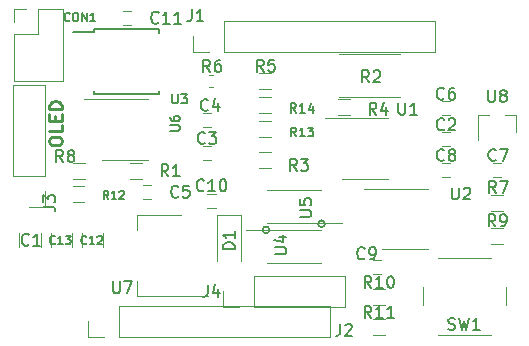
<source format=gto>
G04 #@! TF.GenerationSoftware,KiCad,Pcbnew,7.0.1-3b83917a11~172~ubuntu20.04.1*
G04 #@! TF.CreationDate,2023-03-25T03:05:00+01:00*
G04 #@! TF.ProjectId,C64Saver2-addon,43363453-6176-4657-9232-2d6164646f6e,1.4*
G04 #@! TF.SameCoordinates,Original*
G04 #@! TF.FileFunction,Legend,Top*
G04 #@! TF.FilePolarity,Positive*
%FSLAX46Y46*%
G04 Gerber Fmt 4.6, Leading zero omitted, Abs format (unit mm)*
G04 Created by KiCad (PCBNEW 7.0.1-3b83917a11~172~ubuntu20.04.1) date 2023-03-25 03:05:00*
%MOMM*%
%LPD*%
G01*
G04 APERTURE LIST*
%ADD10C,0.200000*%
%ADD11C,0.275000*%
%ADD12C,0.150000*%
%ADD13C,0.120000*%
G04 APERTURE END LIST*
D10*
X162589981Y-102743000D02*
G75*
G03*
X162589981Y-102743000I-283981J0D01*
G01*
X167288981Y-102235000D02*
G75*
G03*
X167288981Y-102235000I-283981J0D01*
G01*
D11*
X143934880Y-95323618D02*
X143934880Y-95114094D01*
X143934880Y-95114094D02*
X143987261Y-95009332D01*
X143987261Y-95009332D02*
X144092023Y-94904570D01*
X144092023Y-94904570D02*
X144301547Y-94852189D01*
X144301547Y-94852189D02*
X144668214Y-94852189D01*
X144668214Y-94852189D02*
X144877738Y-94904570D01*
X144877738Y-94904570D02*
X144982500Y-95009332D01*
X144982500Y-95009332D02*
X145034880Y-95114094D01*
X145034880Y-95114094D02*
X145034880Y-95323618D01*
X145034880Y-95323618D02*
X144982500Y-95428380D01*
X144982500Y-95428380D02*
X144877738Y-95533142D01*
X144877738Y-95533142D02*
X144668214Y-95585523D01*
X144668214Y-95585523D02*
X144301547Y-95585523D01*
X144301547Y-95585523D02*
X144092023Y-95533142D01*
X144092023Y-95533142D02*
X143987261Y-95428380D01*
X143987261Y-95428380D02*
X143934880Y-95323618D01*
X145034880Y-93856951D02*
X145034880Y-94380761D01*
X145034880Y-94380761D02*
X143934880Y-94380761D01*
X144458690Y-93490285D02*
X144458690Y-93123618D01*
X145034880Y-92966475D02*
X145034880Y-93490285D01*
X145034880Y-93490285D02*
X143934880Y-93490285D01*
X143934880Y-93490285D02*
X143934880Y-92966475D01*
X145034880Y-92495047D02*
X143934880Y-92495047D01*
X143934880Y-92495047D02*
X143934880Y-92233142D01*
X143934880Y-92233142D02*
X143987261Y-92075999D01*
X143987261Y-92075999D02*
X144092023Y-91971237D01*
X144092023Y-91971237D02*
X144196785Y-91918856D01*
X144196785Y-91918856D02*
X144406309Y-91866475D01*
X144406309Y-91866475D02*
X144563452Y-91866475D01*
X144563452Y-91866475D02*
X144772976Y-91918856D01*
X144772976Y-91918856D02*
X144877738Y-91971237D01*
X144877738Y-91971237D02*
X144982500Y-92075999D01*
X144982500Y-92075999D02*
X145034880Y-92233142D01*
X145034880Y-92233142D02*
X145034880Y-92495047D01*
D12*
X177736667Y-111159000D02*
X177879524Y-111206619D01*
X177879524Y-111206619D02*
X178117619Y-111206619D01*
X178117619Y-111206619D02*
X178212857Y-111159000D01*
X178212857Y-111159000D02*
X178260476Y-111111380D01*
X178260476Y-111111380D02*
X178308095Y-111016142D01*
X178308095Y-111016142D02*
X178308095Y-110920904D01*
X178308095Y-110920904D02*
X178260476Y-110825666D01*
X178260476Y-110825666D02*
X178212857Y-110778047D01*
X178212857Y-110778047D02*
X178117619Y-110730428D01*
X178117619Y-110730428D02*
X177927143Y-110682809D01*
X177927143Y-110682809D02*
X177831905Y-110635190D01*
X177831905Y-110635190D02*
X177784286Y-110587571D01*
X177784286Y-110587571D02*
X177736667Y-110492333D01*
X177736667Y-110492333D02*
X177736667Y-110397095D01*
X177736667Y-110397095D02*
X177784286Y-110301857D01*
X177784286Y-110301857D02*
X177831905Y-110254238D01*
X177831905Y-110254238D02*
X177927143Y-110206619D01*
X177927143Y-110206619D02*
X178165238Y-110206619D01*
X178165238Y-110206619D02*
X178308095Y-110254238D01*
X178641429Y-110206619D02*
X178879524Y-111206619D01*
X178879524Y-111206619D02*
X179070000Y-110492333D01*
X179070000Y-110492333D02*
X179260476Y-111206619D01*
X179260476Y-111206619D02*
X179498572Y-110206619D01*
X180403333Y-111206619D02*
X179831905Y-111206619D01*
X180117619Y-111206619D02*
X180117619Y-110206619D01*
X180117619Y-110206619D02*
X180022381Y-110349476D01*
X180022381Y-110349476D02*
X179927143Y-110444714D01*
X179927143Y-110444714D02*
X179831905Y-110492333D01*
X143455219Y-100790333D02*
X144169504Y-100790333D01*
X144169504Y-100790333D02*
X144312361Y-100837952D01*
X144312361Y-100837952D02*
X144407600Y-100933190D01*
X144407600Y-100933190D02*
X144455219Y-101076047D01*
X144455219Y-101076047D02*
X144455219Y-101171285D01*
X143455219Y-100409380D02*
X143455219Y-99790333D01*
X143455219Y-99790333D02*
X143836171Y-100123666D01*
X143836171Y-100123666D02*
X143836171Y-99980809D01*
X143836171Y-99980809D02*
X143883790Y-99885571D01*
X143883790Y-99885571D02*
X143931409Y-99837952D01*
X143931409Y-99837952D02*
X144026647Y-99790333D01*
X144026647Y-99790333D02*
X144264742Y-99790333D01*
X144264742Y-99790333D02*
X144359980Y-99837952D01*
X144359980Y-99837952D02*
X144407600Y-99885571D01*
X144407600Y-99885571D02*
X144455219Y-99980809D01*
X144455219Y-99980809D02*
X144455219Y-100266523D01*
X144455219Y-100266523D02*
X144407600Y-100361761D01*
X144407600Y-100361761D02*
X144359980Y-100409380D01*
X177384333Y-94220380D02*
X177336714Y-94268000D01*
X177336714Y-94268000D02*
X177193857Y-94315619D01*
X177193857Y-94315619D02*
X177098619Y-94315619D01*
X177098619Y-94315619D02*
X176955762Y-94268000D01*
X176955762Y-94268000D02*
X176860524Y-94172761D01*
X176860524Y-94172761D02*
X176812905Y-94077523D01*
X176812905Y-94077523D02*
X176765286Y-93887047D01*
X176765286Y-93887047D02*
X176765286Y-93744190D01*
X176765286Y-93744190D02*
X176812905Y-93553714D01*
X176812905Y-93553714D02*
X176860524Y-93458476D01*
X176860524Y-93458476D02*
X176955762Y-93363238D01*
X176955762Y-93363238D02*
X177098619Y-93315619D01*
X177098619Y-93315619D02*
X177193857Y-93315619D01*
X177193857Y-93315619D02*
X177336714Y-93363238D01*
X177336714Y-93363238D02*
X177384333Y-93410857D01*
X177765286Y-93410857D02*
X177812905Y-93363238D01*
X177812905Y-93363238D02*
X177908143Y-93315619D01*
X177908143Y-93315619D02*
X178146238Y-93315619D01*
X178146238Y-93315619D02*
X178241476Y-93363238D01*
X178241476Y-93363238D02*
X178289095Y-93410857D01*
X178289095Y-93410857D02*
X178336714Y-93506095D01*
X178336714Y-93506095D02*
X178336714Y-93601333D01*
X178336714Y-93601333D02*
X178289095Y-93744190D01*
X178289095Y-93744190D02*
X177717667Y-94315619D01*
X177717667Y-94315619D02*
X178336714Y-94315619D01*
X154036733Y-98201819D02*
X153703400Y-97725628D01*
X153465305Y-98201819D02*
X153465305Y-97201819D01*
X153465305Y-97201819D02*
X153846257Y-97201819D01*
X153846257Y-97201819D02*
X153941495Y-97249438D01*
X153941495Y-97249438D02*
X153989114Y-97297057D01*
X153989114Y-97297057D02*
X154036733Y-97392295D01*
X154036733Y-97392295D02*
X154036733Y-97535152D01*
X154036733Y-97535152D02*
X153989114Y-97630390D01*
X153989114Y-97630390D02*
X153941495Y-97678009D01*
X153941495Y-97678009D02*
X153846257Y-97725628D01*
X153846257Y-97725628D02*
X153465305Y-97725628D01*
X154989114Y-98201819D02*
X154417686Y-98201819D01*
X154703400Y-98201819D02*
X154703400Y-97201819D01*
X154703400Y-97201819D02*
X154608162Y-97344676D01*
X154608162Y-97344676D02*
X154512924Y-97439914D01*
X154512924Y-97439914D02*
X154417686Y-97487533D01*
X164907933Y-97744619D02*
X164574600Y-97268428D01*
X164336505Y-97744619D02*
X164336505Y-96744619D01*
X164336505Y-96744619D02*
X164717457Y-96744619D01*
X164717457Y-96744619D02*
X164812695Y-96792238D01*
X164812695Y-96792238D02*
X164860314Y-96839857D01*
X164860314Y-96839857D02*
X164907933Y-96935095D01*
X164907933Y-96935095D02*
X164907933Y-97077952D01*
X164907933Y-97077952D02*
X164860314Y-97173190D01*
X164860314Y-97173190D02*
X164812695Y-97220809D01*
X164812695Y-97220809D02*
X164717457Y-97268428D01*
X164717457Y-97268428D02*
X164336505Y-97268428D01*
X165241267Y-96744619D02*
X165860314Y-96744619D01*
X165860314Y-96744619D02*
X165526981Y-97125571D01*
X165526981Y-97125571D02*
X165669838Y-97125571D01*
X165669838Y-97125571D02*
X165765076Y-97173190D01*
X165765076Y-97173190D02*
X165812695Y-97220809D01*
X165812695Y-97220809D02*
X165860314Y-97316047D01*
X165860314Y-97316047D02*
X165860314Y-97554142D01*
X165860314Y-97554142D02*
X165812695Y-97649380D01*
X165812695Y-97649380D02*
X165765076Y-97697000D01*
X165765076Y-97697000D02*
X165669838Y-97744619D01*
X165669838Y-97744619D02*
X165384124Y-97744619D01*
X165384124Y-97744619D02*
X165288886Y-97697000D01*
X165288886Y-97697000D02*
X165241267Y-97649380D01*
X171643833Y-92982119D02*
X171310500Y-92505928D01*
X171072405Y-92982119D02*
X171072405Y-91982119D01*
X171072405Y-91982119D02*
X171453357Y-91982119D01*
X171453357Y-91982119D02*
X171548595Y-92029738D01*
X171548595Y-92029738D02*
X171596214Y-92077357D01*
X171596214Y-92077357D02*
X171643833Y-92172595D01*
X171643833Y-92172595D02*
X171643833Y-92315452D01*
X171643833Y-92315452D02*
X171596214Y-92410690D01*
X171596214Y-92410690D02*
X171548595Y-92458309D01*
X171548595Y-92458309D02*
X171453357Y-92505928D01*
X171453357Y-92505928D02*
X171072405Y-92505928D01*
X172500976Y-92315452D02*
X172500976Y-92982119D01*
X172262881Y-91934500D02*
X172024786Y-92648785D01*
X172024786Y-92648785D02*
X172643833Y-92648785D01*
X157394533Y-92569380D02*
X157346914Y-92617000D01*
X157346914Y-92617000D02*
X157204057Y-92664619D01*
X157204057Y-92664619D02*
X157108819Y-92664619D01*
X157108819Y-92664619D02*
X156965962Y-92617000D01*
X156965962Y-92617000D02*
X156870724Y-92521761D01*
X156870724Y-92521761D02*
X156823105Y-92426523D01*
X156823105Y-92426523D02*
X156775486Y-92236047D01*
X156775486Y-92236047D02*
X156775486Y-92093190D01*
X156775486Y-92093190D02*
X156823105Y-91902714D01*
X156823105Y-91902714D02*
X156870724Y-91807476D01*
X156870724Y-91807476D02*
X156965962Y-91712238D01*
X156965962Y-91712238D02*
X157108819Y-91664619D01*
X157108819Y-91664619D02*
X157204057Y-91664619D01*
X157204057Y-91664619D02*
X157346914Y-91712238D01*
X157346914Y-91712238D02*
X157394533Y-91759857D01*
X158251676Y-91997952D02*
X158251676Y-92664619D01*
X158013581Y-91617000D02*
X157775486Y-92331285D01*
X157775486Y-92331285D02*
X158394533Y-92331285D01*
X162103235Y-89343420D02*
X161769902Y-88867229D01*
X161531807Y-89343420D02*
X161531807Y-88343420D01*
X161531807Y-88343420D02*
X161912759Y-88343420D01*
X161912759Y-88343420D02*
X162007997Y-88391039D01*
X162007997Y-88391039D02*
X162055616Y-88438658D01*
X162055616Y-88438658D02*
X162103235Y-88533896D01*
X162103235Y-88533896D02*
X162103235Y-88676753D01*
X162103235Y-88676753D02*
X162055616Y-88771991D01*
X162055616Y-88771991D02*
X162007997Y-88819610D01*
X162007997Y-88819610D02*
X161912759Y-88867229D01*
X161912759Y-88867229D02*
X161531807Y-88867229D01*
X163007997Y-88343420D02*
X162531807Y-88343420D01*
X162531807Y-88343420D02*
X162484188Y-88819610D01*
X162484188Y-88819610D02*
X162531807Y-88771991D01*
X162531807Y-88771991D02*
X162627045Y-88724372D01*
X162627045Y-88724372D02*
X162865140Y-88724372D01*
X162865140Y-88724372D02*
X162960378Y-88771991D01*
X162960378Y-88771991D02*
X163007997Y-88819610D01*
X163007997Y-88819610D02*
X163055616Y-88914848D01*
X163055616Y-88914848D02*
X163055616Y-89152943D01*
X163055616Y-89152943D02*
X163007997Y-89248181D01*
X163007997Y-89248181D02*
X162960378Y-89295801D01*
X162960378Y-89295801D02*
X162865140Y-89343420D01*
X162865140Y-89343420D02*
X162627045Y-89343420D01*
X162627045Y-89343420D02*
X162531807Y-89295801D01*
X162531807Y-89295801D02*
X162484188Y-89248181D01*
X181767013Y-99620695D02*
X181433680Y-99144504D01*
X181195585Y-99620695D02*
X181195585Y-98620695D01*
X181195585Y-98620695D02*
X181576537Y-98620695D01*
X181576537Y-98620695D02*
X181671775Y-98668314D01*
X181671775Y-98668314D02*
X181719394Y-98715933D01*
X181719394Y-98715933D02*
X181767013Y-98811171D01*
X181767013Y-98811171D02*
X181767013Y-98954028D01*
X181767013Y-98954028D02*
X181719394Y-99049266D01*
X181719394Y-99049266D02*
X181671775Y-99096885D01*
X181671775Y-99096885D02*
X181576537Y-99144504D01*
X181576537Y-99144504D02*
X181195585Y-99144504D01*
X182100347Y-98620695D02*
X182767013Y-98620695D01*
X182767013Y-98620695D02*
X182338442Y-99620695D01*
X145121333Y-96982619D02*
X144788000Y-96506428D01*
X144549905Y-96982619D02*
X144549905Y-95982619D01*
X144549905Y-95982619D02*
X144930857Y-95982619D01*
X144930857Y-95982619D02*
X145026095Y-96030238D01*
X145026095Y-96030238D02*
X145073714Y-96077857D01*
X145073714Y-96077857D02*
X145121333Y-96173095D01*
X145121333Y-96173095D02*
X145121333Y-96315952D01*
X145121333Y-96315952D02*
X145073714Y-96411190D01*
X145073714Y-96411190D02*
X145026095Y-96458809D01*
X145026095Y-96458809D02*
X144930857Y-96506428D01*
X144930857Y-96506428D02*
X144549905Y-96506428D01*
X145692762Y-96411190D02*
X145597524Y-96363571D01*
X145597524Y-96363571D02*
X145549905Y-96315952D01*
X145549905Y-96315952D02*
X145502286Y-96220714D01*
X145502286Y-96220714D02*
X145502286Y-96173095D01*
X145502286Y-96173095D02*
X145549905Y-96077857D01*
X145549905Y-96077857D02*
X145597524Y-96030238D01*
X145597524Y-96030238D02*
X145692762Y-95982619D01*
X145692762Y-95982619D02*
X145883238Y-95982619D01*
X145883238Y-95982619D02*
X145978476Y-96030238D01*
X145978476Y-96030238D02*
X146026095Y-96077857D01*
X146026095Y-96077857D02*
X146073714Y-96173095D01*
X146073714Y-96173095D02*
X146073714Y-96220714D01*
X146073714Y-96220714D02*
X146026095Y-96315952D01*
X146026095Y-96315952D02*
X145978476Y-96363571D01*
X145978476Y-96363571D02*
X145883238Y-96411190D01*
X145883238Y-96411190D02*
X145692762Y-96411190D01*
X145692762Y-96411190D02*
X145597524Y-96458809D01*
X145597524Y-96458809D02*
X145549905Y-96506428D01*
X145549905Y-96506428D02*
X145502286Y-96601666D01*
X145502286Y-96601666D02*
X145502286Y-96792142D01*
X145502286Y-96792142D02*
X145549905Y-96887380D01*
X145549905Y-96887380D02*
X145597524Y-96935000D01*
X145597524Y-96935000D02*
X145692762Y-96982619D01*
X145692762Y-96982619D02*
X145883238Y-96982619D01*
X145883238Y-96982619D02*
X145978476Y-96935000D01*
X145978476Y-96935000D02*
X146026095Y-96887380D01*
X146026095Y-96887380D02*
X146073714Y-96792142D01*
X146073714Y-96792142D02*
X146073714Y-96601666D01*
X146073714Y-96601666D02*
X146026095Y-96506428D01*
X146026095Y-96506428D02*
X145978476Y-96458809D01*
X145978476Y-96458809D02*
X145883238Y-96411190D01*
X181719833Y-102443619D02*
X181386500Y-101967428D01*
X181148405Y-102443619D02*
X181148405Y-101443619D01*
X181148405Y-101443619D02*
X181529357Y-101443619D01*
X181529357Y-101443619D02*
X181624595Y-101491238D01*
X181624595Y-101491238D02*
X181672214Y-101538857D01*
X181672214Y-101538857D02*
X181719833Y-101634095D01*
X181719833Y-101634095D02*
X181719833Y-101776952D01*
X181719833Y-101776952D02*
X181672214Y-101872190D01*
X181672214Y-101872190D02*
X181624595Y-101919809D01*
X181624595Y-101919809D02*
X181529357Y-101967428D01*
X181529357Y-101967428D02*
X181148405Y-101967428D01*
X182196024Y-102443619D02*
X182386500Y-102443619D01*
X182386500Y-102443619D02*
X182481738Y-102396000D01*
X182481738Y-102396000D02*
X182529357Y-102348380D01*
X182529357Y-102348380D02*
X182624595Y-102205523D01*
X182624595Y-102205523D02*
X182672214Y-102015047D01*
X182672214Y-102015047D02*
X182672214Y-101634095D01*
X182672214Y-101634095D02*
X182624595Y-101538857D01*
X182624595Y-101538857D02*
X182576976Y-101491238D01*
X182576976Y-101491238D02*
X182481738Y-101443619D01*
X182481738Y-101443619D02*
X182291262Y-101443619D01*
X182291262Y-101443619D02*
X182196024Y-101491238D01*
X182196024Y-101491238D02*
X182148405Y-101538857D01*
X182148405Y-101538857D02*
X182100786Y-101634095D01*
X182100786Y-101634095D02*
X182100786Y-101872190D01*
X182100786Y-101872190D02*
X182148405Y-101967428D01*
X182148405Y-101967428D02*
X182196024Y-102015047D01*
X182196024Y-102015047D02*
X182291262Y-102062666D01*
X182291262Y-102062666D02*
X182481738Y-102062666D01*
X182481738Y-102062666D02*
X182576976Y-102015047D01*
X182576976Y-102015047D02*
X182624595Y-101967428D01*
X182624595Y-101967428D02*
X182672214Y-101872190D01*
X171231142Y-107650619D02*
X170897809Y-107174428D01*
X170659714Y-107650619D02*
X170659714Y-106650619D01*
X170659714Y-106650619D02*
X171040666Y-106650619D01*
X171040666Y-106650619D02*
X171135904Y-106698238D01*
X171135904Y-106698238D02*
X171183523Y-106745857D01*
X171183523Y-106745857D02*
X171231142Y-106841095D01*
X171231142Y-106841095D02*
X171231142Y-106983952D01*
X171231142Y-106983952D02*
X171183523Y-107079190D01*
X171183523Y-107079190D02*
X171135904Y-107126809D01*
X171135904Y-107126809D02*
X171040666Y-107174428D01*
X171040666Y-107174428D02*
X170659714Y-107174428D01*
X172183523Y-107650619D02*
X171612095Y-107650619D01*
X171897809Y-107650619D02*
X171897809Y-106650619D01*
X171897809Y-106650619D02*
X171802571Y-106793476D01*
X171802571Y-106793476D02*
X171707333Y-106888714D01*
X171707333Y-106888714D02*
X171612095Y-106936333D01*
X172802571Y-106650619D02*
X172897809Y-106650619D01*
X172897809Y-106650619D02*
X172993047Y-106698238D01*
X172993047Y-106698238D02*
X173040666Y-106745857D01*
X173040666Y-106745857D02*
X173088285Y-106841095D01*
X173088285Y-106841095D02*
X173135904Y-107031571D01*
X173135904Y-107031571D02*
X173135904Y-107269666D01*
X173135904Y-107269666D02*
X173088285Y-107460142D01*
X173088285Y-107460142D02*
X173040666Y-107555380D01*
X173040666Y-107555380D02*
X172993047Y-107603000D01*
X172993047Y-107603000D02*
X172897809Y-107650619D01*
X172897809Y-107650619D02*
X172802571Y-107650619D01*
X172802571Y-107650619D02*
X172707333Y-107603000D01*
X172707333Y-107603000D02*
X172659714Y-107555380D01*
X172659714Y-107555380D02*
X172612095Y-107460142D01*
X172612095Y-107460142D02*
X172564476Y-107269666D01*
X172564476Y-107269666D02*
X172564476Y-107031571D01*
X172564476Y-107031571D02*
X172612095Y-106841095D01*
X172612095Y-106841095D02*
X172659714Y-106745857D01*
X172659714Y-106745857D02*
X172707333Y-106698238D01*
X172707333Y-106698238D02*
X172802571Y-106650619D01*
X171231142Y-110190619D02*
X170897809Y-109714428D01*
X170659714Y-110190619D02*
X170659714Y-109190619D01*
X170659714Y-109190619D02*
X171040666Y-109190619D01*
X171040666Y-109190619D02*
X171135904Y-109238238D01*
X171135904Y-109238238D02*
X171183523Y-109285857D01*
X171183523Y-109285857D02*
X171231142Y-109381095D01*
X171231142Y-109381095D02*
X171231142Y-109523952D01*
X171231142Y-109523952D02*
X171183523Y-109619190D01*
X171183523Y-109619190D02*
X171135904Y-109666809D01*
X171135904Y-109666809D02*
X171040666Y-109714428D01*
X171040666Y-109714428D02*
X170659714Y-109714428D01*
X172183523Y-110190619D02*
X171612095Y-110190619D01*
X171897809Y-110190619D02*
X171897809Y-109190619D01*
X171897809Y-109190619D02*
X171802571Y-109333476D01*
X171802571Y-109333476D02*
X171707333Y-109428714D01*
X171707333Y-109428714D02*
X171612095Y-109476333D01*
X173135904Y-110190619D02*
X172564476Y-110190619D01*
X172850190Y-110190619D02*
X172850190Y-109190619D01*
X172850190Y-109190619D02*
X172754952Y-109333476D01*
X172754952Y-109333476D02*
X172659714Y-109428714D01*
X172659714Y-109428714D02*
X172564476Y-109476333D01*
X163038619Y-104800304D02*
X163848142Y-104800304D01*
X163848142Y-104800304D02*
X163943380Y-104752685D01*
X163943380Y-104752685D02*
X163991000Y-104705066D01*
X163991000Y-104705066D02*
X164038619Y-104609828D01*
X164038619Y-104609828D02*
X164038619Y-104419352D01*
X164038619Y-104419352D02*
X163991000Y-104324114D01*
X163991000Y-104324114D02*
X163943380Y-104276495D01*
X163943380Y-104276495D02*
X163848142Y-104228876D01*
X163848142Y-104228876D02*
X163038619Y-104228876D01*
X163371952Y-103324114D02*
X164038619Y-103324114D01*
X162991000Y-103562209D02*
X163705285Y-103800304D01*
X163705285Y-103800304D02*
X163705285Y-103181257D01*
X165145619Y-101650704D02*
X165955142Y-101650704D01*
X165955142Y-101650704D02*
X166050380Y-101603085D01*
X166050380Y-101603085D02*
X166098000Y-101555466D01*
X166098000Y-101555466D02*
X166145619Y-101460228D01*
X166145619Y-101460228D02*
X166145619Y-101269752D01*
X166145619Y-101269752D02*
X166098000Y-101174514D01*
X166098000Y-101174514D02*
X166050380Y-101126895D01*
X166050380Y-101126895D02*
X165955142Y-101079276D01*
X165955142Y-101079276D02*
X165145619Y-101079276D01*
X165145619Y-100126895D02*
X165145619Y-100603085D01*
X165145619Y-100603085D02*
X165621809Y-100650704D01*
X165621809Y-100650704D02*
X165574190Y-100603085D01*
X165574190Y-100603085D02*
X165526571Y-100507847D01*
X165526571Y-100507847D02*
X165526571Y-100269752D01*
X165526571Y-100269752D02*
X165574190Y-100174514D01*
X165574190Y-100174514D02*
X165621809Y-100126895D01*
X165621809Y-100126895D02*
X165717047Y-100079276D01*
X165717047Y-100079276D02*
X165955142Y-100079276D01*
X165955142Y-100079276D02*
X166050380Y-100126895D01*
X166050380Y-100126895D02*
X166098000Y-100174514D01*
X166098000Y-100174514D02*
X166145619Y-100269752D01*
X166145619Y-100269752D02*
X166145619Y-100507847D01*
X166145619Y-100507847D02*
X166098000Y-100603085D01*
X166098000Y-100603085D02*
X166050380Y-100650704D01*
X157125333Y-95363380D02*
X157077714Y-95411000D01*
X157077714Y-95411000D02*
X156934857Y-95458619D01*
X156934857Y-95458619D02*
X156839619Y-95458619D01*
X156839619Y-95458619D02*
X156696762Y-95411000D01*
X156696762Y-95411000D02*
X156601524Y-95315761D01*
X156601524Y-95315761D02*
X156553905Y-95220523D01*
X156553905Y-95220523D02*
X156506286Y-95030047D01*
X156506286Y-95030047D02*
X156506286Y-94887190D01*
X156506286Y-94887190D02*
X156553905Y-94696714D01*
X156553905Y-94696714D02*
X156601524Y-94601476D01*
X156601524Y-94601476D02*
X156696762Y-94506238D01*
X156696762Y-94506238D02*
X156839619Y-94458619D01*
X156839619Y-94458619D02*
X156934857Y-94458619D01*
X156934857Y-94458619D02*
X157077714Y-94506238D01*
X157077714Y-94506238D02*
X157125333Y-94553857D01*
X157458667Y-94458619D02*
X158077714Y-94458619D01*
X158077714Y-94458619D02*
X157744381Y-94839571D01*
X157744381Y-94839571D02*
X157887238Y-94839571D01*
X157887238Y-94839571D02*
X157982476Y-94887190D01*
X157982476Y-94887190D02*
X158030095Y-94934809D01*
X158030095Y-94934809D02*
X158077714Y-95030047D01*
X158077714Y-95030047D02*
X158077714Y-95268142D01*
X158077714Y-95268142D02*
X158030095Y-95363380D01*
X158030095Y-95363380D02*
X157982476Y-95411000D01*
X157982476Y-95411000D02*
X157887238Y-95458619D01*
X157887238Y-95458619D02*
X157601524Y-95458619D01*
X157601524Y-95458619D02*
X157506286Y-95411000D01*
X157506286Y-95411000D02*
X157458667Y-95363380D01*
X154874933Y-99909980D02*
X154827314Y-99957600D01*
X154827314Y-99957600D02*
X154684457Y-100005219D01*
X154684457Y-100005219D02*
X154589219Y-100005219D01*
X154589219Y-100005219D02*
X154446362Y-99957600D01*
X154446362Y-99957600D02*
X154351124Y-99862361D01*
X154351124Y-99862361D02*
X154303505Y-99767123D01*
X154303505Y-99767123D02*
X154255886Y-99576647D01*
X154255886Y-99576647D02*
X154255886Y-99433790D01*
X154255886Y-99433790D02*
X154303505Y-99243314D01*
X154303505Y-99243314D02*
X154351124Y-99148076D01*
X154351124Y-99148076D02*
X154446362Y-99052838D01*
X154446362Y-99052838D02*
X154589219Y-99005219D01*
X154589219Y-99005219D02*
X154684457Y-99005219D01*
X154684457Y-99005219D02*
X154827314Y-99052838D01*
X154827314Y-99052838D02*
X154874933Y-99100457D01*
X155779695Y-99005219D02*
X155303505Y-99005219D01*
X155303505Y-99005219D02*
X155255886Y-99481409D01*
X155255886Y-99481409D02*
X155303505Y-99433790D01*
X155303505Y-99433790D02*
X155398743Y-99386171D01*
X155398743Y-99386171D02*
X155636838Y-99386171D01*
X155636838Y-99386171D02*
X155732076Y-99433790D01*
X155732076Y-99433790D02*
X155779695Y-99481409D01*
X155779695Y-99481409D02*
X155827314Y-99576647D01*
X155827314Y-99576647D02*
X155827314Y-99814742D01*
X155827314Y-99814742D02*
X155779695Y-99909980D01*
X155779695Y-99909980D02*
X155732076Y-99957600D01*
X155732076Y-99957600D02*
X155636838Y-100005219D01*
X155636838Y-100005219D02*
X155398743Y-100005219D01*
X155398743Y-100005219D02*
X155303505Y-99957600D01*
X155303505Y-99957600D02*
X155255886Y-99909980D01*
X177379333Y-91614380D02*
X177331714Y-91662000D01*
X177331714Y-91662000D02*
X177188857Y-91709619D01*
X177188857Y-91709619D02*
X177093619Y-91709619D01*
X177093619Y-91709619D02*
X176950762Y-91662000D01*
X176950762Y-91662000D02*
X176855524Y-91566761D01*
X176855524Y-91566761D02*
X176807905Y-91471523D01*
X176807905Y-91471523D02*
X176760286Y-91281047D01*
X176760286Y-91281047D02*
X176760286Y-91138190D01*
X176760286Y-91138190D02*
X176807905Y-90947714D01*
X176807905Y-90947714D02*
X176855524Y-90852476D01*
X176855524Y-90852476D02*
X176950762Y-90757238D01*
X176950762Y-90757238D02*
X177093619Y-90709619D01*
X177093619Y-90709619D02*
X177188857Y-90709619D01*
X177188857Y-90709619D02*
X177331714Y-90757238D01*
X177331714Y-90757238D02*
X177379333Y-90804857D01*
X178236476Y-90709619D02*
X178046000Y-90709619D01*
X178046000Y-90709619D02*
X177950762Y-90757238D01*
X177950762Y-90757238D02*
X177903143Y-90804857D01*
X177903143Y-90804857D02*
X177807905Y-90947714D01*
X177807905Y-90947714D02*
X177760286Y-91138190D01*
X177760286Y-91138190D02*
X177760286Y-91519142D01*
X177760286Y-91519142D02*
X177807905Y-91614380D01*
X177807905Y-91614380D02*
X177855524Y-91662000D01*
X177855524Y-91662000D02*
X177950762Y-91709619D01*
X177950762Y-91709619D02*
X178141238Y-91709619D01*
X178141238Y-91709619D02*
X178236476Y-91662000D01*
X178236476Y-91662000D02*
X178284095Y-91614380D01*
X178284095Y-91614380D02*
X178331714Y-91519142D01*
X178331714Y-91519142D02*
X178331714Y-91281047D01*
X178331714Y-91281047D02*
X178284095Y-91185809D01*
X178284095Y-91185809D02*
X178236476Y-91138190D01*
X178236476Y-91138190D02*
X178141238Y-91090571D01*
X178141238Y-91090571D02*
X177950762Y-91090571D01*
X177950762Y-91090571D02*
X177855524Y-91138190D01*
X177855524Y-91138190D02*
X177807905Y-91185809D01*
X177807905Y-91185809D02*
X177760286Y-91281047D01*
X181760833Y-96823880D02*
X181713214Y-96871500D01*
X181713214Y-96871500D02*
X181570357Y-96919119D01*
X181570357Y-96919119D02*
X181475119Y-96919119D01*
X181475119Y-96919119D02*
X181332262Y-96871500D01*
X181332262Y-96871500D02*
X181237024Y-96776261D01*
X181237024Y-96776261D02*
X181189405Y-96681023D01*
X181189405Y-96681023D02*
X181141786Y-96490547D01*
X181141786Y-96490547D02*
X181141786Y-96347690D01*
X181141786Y-96347690D02*
X181189405Y-96157214D01*
X181189405Y-96157214D02*
X181237024Y-96061976D01*
X181237024Y-96061976D02*
X181332262Y-95966738D01*
X181332262Y-95966738D02*
X181475119Y-95919119D01*
X181475119Y-95919119D02*
X181570357Y-95919119D01*
X181570357Y-95919119D02*
X181713214Y-95966738D01*
X181713214Y-95966738D02*
X181760833Y-96014357D01*
X182094167Y-95919119D02*
X182760833Y-95919119D01*
X182760833Y-95919119D02*
X182332262Y-96919119D01*
X177379333Y-96823880D02*
X177331714Y-96871500D01*
X177331714Y-96871500D02*
X177188857Y-96919119D01*
X177188857Y-96919119D02*
X177093619Y-96919119D01*
X177093619Y-96919119D02*
X176950762Y-96871500D01*
X176950762Y-96871500D02*
X176855524Y-96776261D01*
X176855524Y-96776261D02*
X176807905Y-96681023D01*
X176807905Y-96681023D02*
X176760286Y-96490547D01*
X176760286Y-96490547D02*
X176760286Y-96347690D01*
X176760286Y-96347690D02*
X176807905Y-96157214D01*
X176807905Y-96157214D02*
X176855524Y-96061976D01*
X176855524Y-96061976D02*
X176950762Y-95966738D01*
X176950762Y-95966738D02*
X177093619Y-95919119D01*
X177093619Y-95919119D02*
X177188857Y-95919119D01*
X177188857Y-95919119D02*
X177331714Y-95966738D01*
X177331714Y-95966738D02*
X177379333Y-96014357D01*
X177950762Y-96347690D02*
X177855524Y-96300071D01*
X177855524Y-96300071D02*
X177807905Y-96252452D01*
X177807905Y-96252452D02*
X177760286Y-96157214D01*
X177760286Y-96157214D02*
X177760286Y-96109595D01*
X177760286Y-96109595D02*
X177807905Y-96014357D01*
X177807905Y-96014357D02*
X177855524Y-95966738D01*
X177855524Y-95966738D02*
X177950762Y-95919119D01*
X177950762Y-95919119D02*
X178141238Y-95919119D01*
X178141238Y-95919119D02*
X178236476Y-95966738D01*
X178236476Y-95966738D02*
X178284095Y-96014357D01*
X178284095Y-96014357D02*
X178331714Y-96109595D01*
X178331714Y-96109595D02*
X178331714Y-96157214D01*
X178331714Y-96157214D02*
X178284095Y-96252452D01*
X178284095Y-96252452D02*
X178236476Y-96300071D01*
X178236476Y-96300071D02*
X178141238Y-96347690D01*
X178141238Y-96347690D02*
X177950762Y-96347690D01*
X177950762Y-96347690D02*
X177855524Y-96395309D01*
X177855524Y-96395309D02*
X177807905Y-96442928D01*
X177807905Y-96442928D02*
X177760286Y-96538166D01*
X177760286Y-96538166D02*
X177760286Y-96728642D01*
X177760286Y-96728642D02*
X177807905Y-96823880D01*
X177807905Y-96823880D02*
X177855524Y-96871500D01*
X177855524Y-96871500D02*
X177950762Y-96919119D01*
X177950762Y-96919119D02*
X178141238Y-96919119D01*
X178141238Y-96919119D02*
X178236476Y-96871500D01*
X178236476Y-96871500D02*
X178284095Y-96823880D01*
X178284095Y-96823880D02*
X178331714Y-96728642D01*
X178331714Y-96728642D02*
X178331714Y-96538166D01*
X178331714Y-96538166D02*
X178284095Y-96442928D01*
X178284095Y-96442928D02*
X178236476Y-96395309D01*
X178236476Y-96395309D02*
X178141238Y-96347690D01*
X170648333Y-105142380D02*
X170600714Y-105190000D01*
X170600714Y-105190000D02*
X170457857Y-105237619D01*
X170457857Y-105237619D02*
X170362619Y-105237619D01*
X170362619Y-105237619D02*
X170219762Y-105190000D01*
X170219762Y-105190000D02*
X170124524Y-105094761D01*
X170124524Y-105094761D02*
X170076905Y-104999523D01*
X170076905Y-104999523D02*
X170029286Y-104809047D01*
X170029286Y-104809047D02*
X170029286Y-104666190D01*
X170029286Y-104666190D02*
X170076905Y-104475714D01*
X170076905Y-104475714D02*
X170124524Y-104380476D01*
X170124524Y-104380476D02*
X170219762Y-104285238D01*
X170219762Y-104285238D02*
X170362619Y-104237619D01*
X170362619Y-104237619D02*
X170457857Y-104237619D01*
X170457857Y-104237619D02*
X170600714Y-104285238D01*
X170600714Y-104285238D02*
X170648333Y-104332857D01*
X171124524Y-105237619D02*
X171315000Y-105237619D01*
X171315000Y-105237619D02*
X171410238Y-105190000D01*
X171410238Y-105190000D02*
X171457857Y-105142380D01*
X171457857Y-105142380D02*
X171553095Y-104999523D01*
X171553095Y-104999523D02*
X171600714Y-104809047D01*
X171600714Y-104809047D02*
X171600714Y-104428095D01*
X171600714Y-104428095D02*
X171553095Y-104332857D01*
X171553095Y-104332857D02*
X171505476Y-104285238D01*
X171505476Y-104285238D02*
X171410238Y-104237619D01*
X171410238Y-104237619D02*
X171219762Y-104237619D01*
X171219762Y-104237619D02*
X171124524Y-104285238D01*
X171124524Y-104285238D02*
X171076905Y-104332857D01*
X171076905Y-104332857D02*
X171029286Y-104428095D01*
X171029286Y-104428095D02*
X171029286Y-104666190D01*
X171029286Y-104666190D02*
X171076905Y-104761428D01*
X171076905Y-104761428D02*
X171124524Y-104809047D01*
X171124524Y-104809047D02*
X171219762Y-104856666D01*
X171219762Y-104856666D02*
X171410238Y-104856666D01*
X171410238Y-104856666D02*
X171505476Y-104809047D01*
X171505476Y-104809047D02*
X171553095Y-104761428D01*
X171553095Y-104761428D02*
X171600714Y-104666190D01*
X181102095Y-90902619D02*
X181102095Y-91712142D01*
X181102095Y-91712142D02*
X181149714Y-91807380D01*
X181149714Y-91807380D02*
X181197333Y-91855000D01*
X181197333Y-91855000D02*
X181292571Y-91902619D01*
X181292571Y-91902619D02*
X181483047Y-91902619D01*
X181483047Y-91902619D02*
X181578285Y-91855000D01*
X181578285Y-91855000D02*
X181625904Y-91807380D01*
X181625904Y-91807380D02*
X181673523Y-91712142D01*
X181673523Y-91712142D02*
X181673523Y-90902619D01*
X182292571Y-91331190D02*
X182197333Y-91283571D01*
X182197333Y-91283571D02*
X182149714Y-91235952D01*
X182149714Y-91235952D02*
X182102095Y-91140714D01*
X182102095Y-91140714D02*
X182102095Y-91093095D01*
X182102095Y-91093095D02*
X182149714Y-90997857D01*
X182149714Y-90997857D02*
X182197333Y-90950238D01*
X182197333Y-90950238D02*
X182292571Y-90902619D01*
X182292571Y-90902619D02*
X182483047Y-90902619D01*
X182483047Y-90902619D02*
X182578285Y-90950238D01*
X182578285Y-90950238D02*
X182625904Y-90997857D01*
X182625904Y-90997857D02*
X182673523Y-91093095D01*
X182673523Y-91093095D02*
X182673523Y-91140714D01*
X182673523Y-91140714D02*
X182625904Y-91235952D01*
X182625904Y-91235952D02*
X182578285Y-91283571D01*
X182578285Y-91283571D02*
X182483047Y-91331190D01*
X182483047Y-91331190D02*
X182292571Y-91331190D01*
X182292571Y-91331190D02*
X182197333Y-91378809D01*
X182197333Y-91378809D02*
X182149714Y-91426428D01*
X182149714Y-91426428D02*
X182102095Y-91521666D01*
X182102095Y-91521666D02*
X182102095Y-91712142D01*
X182102095Y-91712142D02*
X182149714Y-91807380D01*
X182149714Y-91807380D02*
X182197333Y-91855000D01*
X182197333Y-91855000D02*
X182292571Y-91902619D01*
X182292571Y-91902619D02*
X182483047Y-91902619D01*
X182483047Y-91902619D02*
X182578285Y-91855000D01*
X182578285Y-91855000D02*
X182625904Y-91807380D01*
X182625904Y-91807380D02*
X182673523Y-91712142D01*
X182673523Y-91712142D02*
X182673523Y-91521666D01*
X182673523Y-91521666D02*
X182625904Y-91426428D01*
X182625904Y-91426428D02*
X182578285Y-91378809D01*
X182578285Y-91378809D02*
X182483047Y-91331190D01*
X157040342Y-99376580D02*
X156992723Y-99424200D01*
X156992723Y-99424200D02*
X156849866Y-99471819D01*
X156849866Y-99471819D02*
X156754628Y-99471819D01*
X156754628Y-99471819D02*
X156611771Y-99424200D01*
X156611771Y-99424200D02*
X156516533Y-99328961D01*
X156516533Y-99328961D02*
X156468914Y-99233723D01*
X156468914Y-99233723D02*
X156421295Y-99043247D01*
X156421295Y-99043247D02*
X156421295Y-98900390D01*
X156421295Y-98900390D02*
X156468914Y-98709914D01*
X156468914Y-98709914D02*
X156516533Y-98614676D01*
X156516533Y-98614676D02*
X156611771Y-98519438D01*
X156611771Y-98519438D02*
X156754628Y-98471819D01*
X156754628Y-98471819D02*
X156849866Y-98471819D01*
X156849866Y-98471819D02*
X156992723Y-98519438D01*
X156992723Y-98519438D02*
X157040342Y-98567057D01*
X157992723Y-99471819D02*
X157421295Y-99471819D01*
X157707009Y-99471819D02*
X157707009Y-98471819D01*
X157707009Y-98471819D02*
X157611771Y-98614676D01*
X157611771Y-98614676D02*
X157516533Y-98709914D01*
X157516533Y-98709914D02*
X157421295Y-98757533D01*
X158611771Y-98471819D02*
X158707009Y-98471819D01*
X158707009Y-98471819D02*
X158802247Y-98519438D01*
X158802247Y-98519438D02*
X158849866Y-98567057D01*
X158849866Y-98567057D02*
X158897485Y-98662295D01*
X158897485Y-98662295D02*
X158945104Y-98852771D01*
X158945104Y-98852771D02*
X158945104Y-99090866D01*
X158945104Y-99090866D02*
X158897485Y-99281342D01*
X158897485Y-99281342D02*
X158849866Y-99376580D01*
X158849866Y-99376580D02*
X158802247Y-99424200D01*
X158802247Y-99424200D02*
X158707009Y-99471819D01*
X158707009Y-99471819D02*
X158611771Y-99471819D01*
X158611771Y-99471819D02*
X158516533Y-99424200D01*
X158516533Y-99424200D02*
X158468914Y-99376580D01*
X158468914Y-99376580D02*
X158421295Y-99281342D01*
X158421295Y-99281342D02*
X158373676Y-99090866D01*
X158373676Y-99090866D02*
X158373676Y-98852771D01*
X158373676Y-98852771D02*
X158421295Y-98662295D01*
X158421295Y-98662295D02*
X158468914Y-98567057D01*
X158468914Y-98567057D02*
X158516533Y-98519438D01*
X158516533Y-98519438D02*
X158611771Y-98471819D01*
X156003666Y-84082719D02*
X156003666Y-84797004D01*
X156003666Y-84797004D02*
X155956047Y-84939861D01*
X155956047Y-84939861D02*
X155860809Y-85035100D01*
X155860809Y-85035100D02*
X155717952Y-85082719D01*
X155717952Y-85082719D02*
X155622714Y-85082719D01*
X157003666Y-85082719D02*
X156432238Y-85082719D01*
X156717952Y-85082719D02*
X156717952Y-84082719D01*
X156717952Y-84082719D02*
X156622714Y-84225576D01*
X156622714Y-84225576D02*
X156527476Y-84320814D01*
X156527476Y-84320814D02*
X156432238Y-84368433D01*
X168576666Y-110714619D02*
X168576666Y-111428904D01*
X168576666Y-111428904D02*
X168529047Y-111571761D01*
X168529047Y-111571761D02*
X168433809Y-111667000D01*
X168433809Y-111667000D02*
X168290952Y-111714619D01*
X168290952Y-111714619D02*
X168195714Y-111714619D01*
X169005238Y-110809857D02*
X169052857Y-110762238D01*
X169052857Y-110762238D02*
X169148095Y-110714619D01*
X169148095Y-110714619D02*
X169386190Y-110714619D01*
X169386190Y-110714619D02*
X169481428Y-110762238D01*
X169481428Y-110762238D02*
X169529047Y-110809857D01*
X169529047Y-110809857D02*
X169576666Y-110905095D01*
X169576666Y-110905095D02*
X169576666Y-111000333D01*
X169576666Y-111000333D02*
X169529047Y-111143190D01*
X169529047Y-111143190D02*
X168957619Y-111714619D01*
X168957619Y-111714619D02*
X169576666Y-111714619D01*
X157356666Y-107412619D02*
X157356666Y-108126904D01*
X157356666Y-108126904D02*
X157309047Y-108269761D01*
X157309047Y-108269761D02*
X157213809Y-108365000D01*
X157213809Y-108365000D02*
X157070952Y-108412619D01*
X157070952Y-108412619D02*
X156975714Y-108412619D01*
X158261428Y-107745952D02*
X158261428Y-108412619D01*
X158023333Y-107365000D02*
X157785238Y-108079285D01*
X157785238Y-108079285D02*
X158404285Y-108079285D01*
X153204942Y-85177980D02*
X153157323Y-85225600D01*
X153157323Y-85225600D02*
X153014466Y-85273219D01*
X153014466Y-85273219D02*
X152919228Y-85273219D01*
X152919228Y-85273219D02*
X152776371Y-85225600D01*
X152776371Y-85225600D02*
X152681133Y-85130361D01*
X152681133Y-85130361D02*
X152633514Y-85035123D01*
X152633514Y-85035123D02*
X152585895Y-84844647D01*
X152585895Y-84844647D02*
X152585895Y-84701790D01*
X152585895Y-84701790D02*
X152633514Y-84511314D01*
X152633514Y-84511314D02*
X152681133Y-84416076D01*
X152681133Y-84416076D02*
X152776371Y-84320838D01*
X152776371Y-84320838D02*
X152919228Y-84273219D01*
X152919228Y-84273219D02*
X153014466Y-84273219D01*
X153014466Y-84273219D02*
X153157323Y-84320838D01*
X153157323Y-84320838D02*
X153204942Y-84368457D01*
X154157323Y-85273219D02*
X153585895Y-85273219D01*
X153871609Y-85273219D02*
X153871609Y-84273219D01*
X153871609Y-84273219D02*
X153776371Y-84416076D01*
X153776371Y-84416076D02*
X153681133Y-84511314D01*
X153681133Y-84511314D02*
X153585895Y-84558933D01*
X155109704Y-85273219D02*
X154538276Y-85273219D01*
X154823990Y-85273219D02*
X154823990Y-84273219D01*
X154823990Y-84273219D02*
X154728752Y-84416076D01*
X154728752Y-84416076D02*
X154633514Y-84511314D01*
X154633514Y-84511314D02*
X154538276Y-84558933D01*
X148960599Y-100145833D02*
X148727266Y-99812500D01*
X148560599Y-100145833D02*
X148560599Y-99445833D01*
X148560599Y-99445833D02*
X148827266Y-99445833D01*
X148827266Y-99445833D02*
X148893933Y-99479166D01*
X148893933Y-99479166D02*
X148927266Y-99512500D01*
X148927266Y-99512500D02*
X148960599Y-99579166D01*
X148960599Y-99579166D02*
X148960599Y-99679166D01*
X148960599Y-99679166D02*
X148927266Y-99745833D01*
X148927266Y-99745833D02*
X148893933Y-99779166D01*
X148893933Y-99779166D02*
X148827266Y-99812500D01*
X148827266Y-99812500D02*
X148560599Y-99812500D01*
X149627266Y-100145833D02*
X149227266Y-100145833D01*
X149427266Y-100145833D02*
X149427266Y-99445833D01*
X149427266Y-99445833D02*
X149360599Y-99545833D01*
X149360599Y-99545833D02*
X149293933Y-99612500D01*
X149293933Y-99612500D02*
X149227266Y-99645833D01*
X149893933Y-99512500D02*
X149927266Y-99479166D01*
X149927266Y-99479166D02*
X149993933Y-99445833D01*
X149993933Y-99445833D02*
X150160600Y-99445833D01*
X150160600Y-99445833D02*
X150227266Y-99479166D01*
X150227266Y-99479166D02*
X150260600Y-99512500D01*
X150260600Y-99512500D02*
X150293933Y-99579166D01*
X150293933Y-99579166D02*
X150293933Y-99645833D01*
X150293933Y-99645833D02*
X150260600Y-99745833D01*
X150260600Y-99745833D02*
X149860600Y-100145833D01*
X149860600Y-100145833D02*
X150293933Y-100145833D01*
X145682600Y-85016966D02*
X145649267Y-85050300D01*
X145649267Y-85050300D02*
X145549267Y-85083633D01*
X145549267Y-85083633D02*
X145482600Y-85083633D01*
X145482600Y-85083633D02*
X145382600Y-85050300D01*
X145382600Y-85050300D02*
X145315934Y-84983633D01*
X145315934Y-84983633D02*
X145282600Y-84916966D01*
X145282600Y-84916966D02*
X145249267Y-84783633D01*
X145249267Y-84783633D02*
X145249267Y-84683633D01*
X145249267Y-84683633D02*
X145282600Y-84550300D01*
X145282600Y-84550300D02*
X145315934Y-84483633D01*
X145315934Y-84483633D02*
X145382600Y-84416966D01*
X145382600Y-84416966D02*
X145482600Y-84383633D01*
X145482600Y-84383633D02*
X145549267Y-84383633D01*
X145549267Y-84383633D02*
X145649267Y-84416966D01*
X145649267Y-84416966D02*
X145682600Y-84450300D01*
X146115934Y-84383633D02*
X146249267Y-84383633D01*
X146249267Y-84383633D02*
X146315934Y-84416966D01*
X146315934Y-84416966D02*
X146382600Y-84483633D01*
X146382600Y-84483633D02*
X146415934Y-84616966D01*
X146415934Y-84616966D02*
X146415934Y-84850300D01*
X146415934Y-84850300D02*
X146382600Y-84983633D01*
X146382600Y-84983633D02*
X146315934Y-85050300D01*
X146315934Y-85050300D02*
X146249267Y-85083633D01*
X146249267Y-85083633D02*
X146115934Y-85083633D01*
X146115934Y-85083633D02*
X146049267Y-85050300D01*
X146049267Y-85050300D02*
X145982600Y-84983633D01*
X145982600Y-84983633D02*
X145949267Y-84850300D01*
X145949267Y-84850300D02*
X145949267Y-84616966D01*
X145949267Y-84616966D02*
X145982600Y-84483633D01*
X145982600Y-84483633D02*
X146049267Y-84416966D01*
X146049267Y-84416966D02*
X146115934Y-84383633D01*
X146715933Y-85083633D02*
X146715933Y-84383633D01*
X146715933Y-84383633D02*
X147115933Y-85083633D01*
X147115933Y-85083633D02*
X147115933Y-84383633D01*
X147815933Y-85083633D02*
X147415933Y-85083633D01*
X147615933Y-85083633D02*
X147615933Y-84383633D01*
X147615933Y-84383633D02*
X147549266Y-84483633D01*
X147549266Y-84483633D02*
X147482600Y-84550300D01*
X147482600Y-84550300D02*
X147415933Y-84583633D01*
X171029333Y-90251619D02*
X170696000Y-89775428D01*
X170457905Y-90251619D02*
X170457905Y-89251619D01*
X170457905Y-89251619D02*
X170838857Y-89251619D01*
X170838857Y-89251619D02*
X170934095Y-89299238D01*
X170934095Y-89299238D02*
X170981714Y-89346857D01*
X170981714Y-89346857D02*
X171029333Y-89442095D01*
X171029333Y-89442095D02*
X171029333Y-89584952D01*
X171029333Y-89584952D02*
X170981714Y-89680190D01*
X170981714Y-89680190D02*
X170934095Y-89727809D01*
X170934095Y-89727809D02*
X170838857Y-89775428D01*
X170838857Y-89775428D02*
X170457905Y-89775428D01*
X171410286Y-89346857D02*
X171457905Y-89299238D01*
X171457905Y-89299238D02*
X171553143Y-89251619D01*
X171553143Y-89251619D02*
X171791238Y-89251619D01*
X171791238Y-89251619D02*
X171886476Y-89299238D01*
X171886476Y-89299238D02*
X171934095Y-89346857D01*
X171934095Y-89346857D02*
X171981714Y-89442095D01*
X171981714Y-89442095D02*
X171981714Y-89537333D01*
X171981714Y-89537333D02*
X171934095Y-89680190D01*
X171934095Y-89680190D02*
X171362667Y-90251619D01*
X171362667Y-90251619D02*
X171981714Y-90251619D01*
X164871856Y-94834964D02*
X164621856Y-94477821D01*
X164443285Y-94834964D02*
X164443285Y-94084964D01*
X164443285Y-94084964D02*
X164728999Y-94084964D01*
X164728999Y-94084964D02*
X164800428Y-94120678D01*
X164800428Y-94120678D02*
X164836142Y-94156392D01*
X164836142Y-94156392D02*
X164871856Y-94227821D01*
X164871856Y-94227821D02*
X164871856Y-94334964D01*
X164871856Y-94334964D02*
X164836142Y-94406392D01*
X164836142Y-94406392D02*
X164800428Y-94442107D01*
X164800428Y-94442107D02*
X164728999Y-94477821D01*
X164728999Y-94477821D02*
X164443285Y-94477821D01*
X165586142Y-94834964D02*
X165157571Y-94834964D01*
X165371856Y-94834964D02*
X165371856Y-94084964D01*
X165371856Y-94084964D02*
X165300428Y-94192107D01*
X165300428Y-94192107D02*
X165228999Y-94263535D01*
X165228999Y-94263535D02*
X165157571Y-94299250D01*
X165836142Y-94084964D02*
X166300428Y-94084964D01*
X166300428Y-94084964D02*
X166050428Y-94370678D01*
X166050428Y-94370678D02*
X166157571Y-94370678D01*
X166157571Y-94370678D02*
X166229000Y-94406392D01*
X166229000Y-94406392D02*
X166264714Y-94442107D01*
X166264714Y-94442107D02*
X166300428Y-94513535D01*
X166300428Y-94513535D02*
X166300428Y-94692107D01*
X166300428Y-94692107D02*
X166264714Y-94763535D01*
X166264714Y-94763535D02*
X166229000Y-94799250D01*
X166229000Y-94799250D02*
X166157571Y-94834964D01*
X166157571Y-94834964D02*
X165943285Y-94834964D01*
X165943285Y-94834964D02*
X165871857Y-94799250D01*
X165871857Y-94799250D02*
X165836142Y-94763535D01*
X164839714Y-92826095D02*
X164573047Y-92445142D01*
X164382571Y-92826095D02*
X164382571Y-92026095D01*
X164382571Y-92026095D02*
X164687333Y-92026095D01*
X164687333Y-92026095D02*
X164763523Y-92064190D01*
X164763523Y-92064190D02*
X164801618Y-92102285D01*
X164801618Y-92102285D02*
X164839714Y-92178476D01*
X164839714Y-92178476D02*
X164839714Y-92292761D01*
X164839714Y-92292761D02*
X164801618Y-92368952D01*
X164801618Y-92368952D02*
X164763523Y-92407047D01*
X164763523Y-92407047D02*
X164687333Y-92445142D01*
X164687333Y-92445142D02*
X164382571Y-92445142D01*
X165601618Y-92826095D02*
X165144475Y-92826095D01*
X165373047Y-92826095D02*
X165373047Y-92026095D01*
X165373047Y-92026095D02*
X165296856Y-92140380D01*
X165296856Y-92140380D02*
X165220666Y-92216571D01*
X165220666Y-92216571D02*
X165144475Y-92254666D01*
X166287333Y-92292761D02*
X166287333Y-92826095D01*
X166096857Y-91988000D02*
X165906380Y-92559428D01*
X165906380Y-92559428D02*
X166401619Y-92559428D01*
X142225533Y-103973780D02*
X142177914Y-104021400D01*
X142177914Y-104021400D02*
X142035057Y-104069019D01*
X142035057Y-104069019D02*
X141939819Y-104069019D01*
X141939819Y-104069019D02*
X141796962Y-104021400D01*
X141796962Y-104021400D02*
X141701724Y-103926161D01*
X141701724Y-103926161D02*
X141654105Y-103830923D01*
X141654105Y-103830923D02*
X141606486Y-103640447D01*
X141606486Y-103640447D02*
X141606486Y-103497590D01*
X141606486Y-103497590D02*
X141654105Y-103307114D01*
X141654105Y-103307114D02*
X141701724Y-103211876D01*
X141701724Y-103211876D02*
X141796962Y-103116638D01*
X141796962Y-103116638D02*
X141939819Y-103069019D01*
X141939819Y-103069019D02*
X142035057Y-103069019D01*
X142035057Y-103069019D02*
X142177914Y-103116638D01*
X142177914Y-103116638D02*
X142225533Y-103164257D01*
X143177914Y-104069019D02*
X142606486Y-104069019D01*
X142892200Y-104069019D02*
X142892200Y-103069019D01*
X142892200Y-103069019D02*
X142796962Y-103211876D01*
X142796962Y-103211876D02*
X142701724Y-103307114D01*
X142701724Y-103307114D02*
X142606486Y-103354733D01*
X147098599Y-103894966D02*
X147065266Y-103928300D01*
X147065266Y-103928300D02*
X146965266Y-103961633D01*
X146965266Y-103961633D02*
X146898599Y-103961633D01*
X146898599Y-103961633D02*
X146798599Y-103928300D01*
X146798599Y-103928300D02*
X146731933Y-103861633D01*
X146731933Y-103861633D02*
X146698599Y-103794966D01*
X146698599Y-103794966D02*
X146665266Y-103661633D01*
X146665266Y-103661633D02*
X146665266Y-103561633D01*
X146665266Y-103561633D02*
X146698599Y-103428300D01*
X146698599Y-103428300D02*
X146731933Y-103361633D01*
X146731933Y-103361633D02*
X146798599Y-103294966D01*
X146798599Y-103294966D02*
X146898599Y-103261633D01*
X146898599Y-103261633D02*
X146965266Y-103261633D01*
X146965266Y-103261633D02*
X147065266Y-103294966D01*
X147065266Y-103294966D02*
X147098599Y-103328300D01*
X147765266Y-103961633D02*
X147365266Y-103961633D01*
X147565266Y-103961633D02*
X147565266Y-103261633D01*
X147565266Y-103261633D02*
X147498599Y-103361633D01*
X147498599Y-103361633D02*
X147431933Y-103428300D01*
X147431933Y-103428300D02*
X147365266Y-103461633D01*
X148031933Y-103328300D02*
X148065266Y-103294966D01*
X148065266Y-103294966D02*
X148131933Y-103261633D01*
X148131933Y-103261633D02*
X148298600Y-103261633D01*
X148298600Y-103261633D02*
X148365266Y-103294966D01*
X148365266Y-103294966D02*
X148398600Y-103328300D01*
X148398600Y-103328300D02*
X148431933Y-103394966D01*
X148431933Y-103394966D02*
X148431933Y-103461633D01*
X148431933Y-103461633D02*
X148398600Y-103561633D01*
X148398600Y-103561633D02*
X147998600Y-103961633D01*
X147998600Y-103961633D02*
X148431933Y-103961633D01*
X144431599Y-103866566D02*
X144398266Y-103899900D01*
X144398266Y-103899900D02*
X144298266Y-103933233D01*
X144298266Y-103933233D02*
X144231599Y-103933233D01*
X144231599Y-103933233D02*
X144131599Y-103899900D01*
X144131599Y-103899900D02*
X144064933Y-103833233D01*
X144064933Y-103833233D02*
X144031599Y-103766566D01*
X144031599Y-103766566D02*
X143998266Y-103633233D01*
X143998266Y-103633233D02*
X143998266Y-103533233D01*
X143998266Y-103533233D02*
X144031599Y-103399900D01*
X144031599Y-103399900D02*
X144064933Y-103333233D01*
X144064933Y-103333233D02*
X144131599Y-103266566D01*
X144131599Y-103266566D02*
X144231599Y-103233233D01*
X144231599Y-103233233D02*
X144298266Y-103233233D01*
X144298266Y-103233233D02*
X144398266Y-103266566D01*
X144398266Y-103266566D02*
X144431599Y-103299900D01*
X145098266Y-103933233D02*
X144698266Y-103933233D01*
X144898266Y-103933233D02*
X144898266Y-103233233D01*
X144898266Y-103233233D02*
X144831599Y-103333233D01*
X144831599Y-103333233D02*
X144764933Y-103399900D01*
X144764933Y-103399900D02*
X144698266Y-103433233D01*
X145331600Y-103233233D02*
X145764933Y-103233233D01*
X145764933Y-103233233D02*
X145531600Y-103499900D01*
X145531600Y-103499900D02*
X145631600Y-103499900D01*
X145631600Y-103499900D02*
X145698266Y-103533233D01*
X145698266Y-103533233D02*
X145731600Y-103566566D01*
X145731600Y-103566566D02*
X145764933Y-103633233D01*
X145764933Y-103633233D02*
X145764933Y-103799900D01*
X145764933Y-103799900D02*
X145731600Y-103866566D01*
X145731600Y-103866566D02*
X145698266Y-103899900D01*
X145698266Y-103899900D02*
X145631600Y-103933233D01*
X145631600Y-103933233D02*
X145431600Y-103933233D01*
X145431600Y-103933233D02*
X145364933Y-103899900D01*
X145364933Y-103899900D02*
X145331600Y-103866566D01*
X149352095Y-107107819D02*
X149352095Y-107917342D01*
X149352095Y-107917342D02*
X149399714Y-108012580D01*
X149399714Y-108012580D02*
X149447333Y-108060200D01*
X149447333Y-108060200D02*
X149542571Y-108107819D01*
X149542571Y-108107819D02*
X149733047Y-108107819D01*
X149733047Y-108107819D02*
X149828285Y-108060200D01*
X149828285Y-108060200D02*
X149875904Y-108012580D01*
X149875904Y-108012580D02*
X149923523Y-107917342D01*
X149923523Y-107917342D02*
X149923523Y-107107819D01*
X150304476Y-107107819D02*
X150971142Y-107107819D01*
X150971142Y-107107819D02*
X150542571Y-108107819D01*
X159644419Y-104381794D02*
X158644419Y-104381794D01*
X158644419Y-104381794D02*
X158644419Y-104143699D01*
X158644419Y-104143699D02*
X158692038Y-104000842D01*
X158692038Y-104000842D02*
X158787276Y-103905604D01*
X158787276Y-103905604D02*
X158882514Y-103857985D01*
X158882514Y-103857985D02*
X159072990Y-103810366D01*
X159072990Y-103810366D02*
X159215847Y-103810366D01*
X159215847Y-103810366D02*
X159406323Y-103857985D01*
X159406323Y-103857985D02*
X159501561Y-103905604D01*
X159501561Y-103905604D02*
X159596800Y-104000842D01*
X159596800Y-104000842D02*
X159644419Y-104143699D01*
X159644419Y-104143699D02*
X159644419Y-104381794D01*
X159644419Y-102857985D02*
X159644419Y-103429413D01*
X159644419Y-103143699D02*
X158644419Y-103143699D01*
X158644419Y-103143699D02*
X158787276Y-103238937D01*
X158787276Y-103238937D02*
X158882514Y-103334175D01*
X158882514Y-103334175D02*
X158930133Y-103429413D01*
X173520195Y-91982119D02*
X173520195Y-92791642D01*
X173520195Y-92791642D02*
X173567814Y-92886880D01*
X173567814Y-92886880D02*
X173615433Y-92934500D01*
X173615433Y-92934500D02*
X173710671Y-92982119D01*
X173710671Y-92982119D02*
X173901147Y-92982119D01*
X173901147Y-92982119D02*
X173996385Y-92934500D01*
X173996385Y-92934500D02*
X174044004Y-92886880D01*
X174044004Y-92886880D02*
X174091623Y-92791642D01*
X174091623Y-92791642D02*
X174091623Y-91982119D01*
X175091623Y-92982119D02*
X174520195Y-92982119D01*
X174805909Y-92982119D02*
X174805909Y-91982119D01*
X174805909Y-91982119D02*
X174710671Y-92124976D01*
X174710671Y-92124976D02*
X174615433Y-92220214D01*
X174615433Y-92220214D02*
X174520195Y-92267833D01*
X178041395Y-99170319D02*
X178041395Y-99979842D01*
X178041395Y-99979842D02*
X178089014Y-100075080D01*
X178089014Y-100075080D02*
X178136633Y-100122700D01*
X178136633Y-100122700D02*
X178231871Y-100170319D01*
X178231871Y-100170319D02*
X178422347Y-100170319D01*
X178422347Y-100170319D02*
X178517585Y-100122700D01*
X178517585Y-100122700D02*
X178565204Y-100075080D01*
X178565204Y-100075080D02*
X178612823Y-99979842D01*
X178612823Y-99979842D02*
X178612823Y-99170319D01*
X179041395Y-99265557D02*
X179089014Y-99217938D01*
X179089014Y-99217938D02*
X179184252Y-99170319D01*
X179184252Y-99170319D02*
X179422347Y-99170319D01*
X179422347Y-99170319D02*
X179517585Y-99217938D01*
X179517585Y-99217938D02*
X179565204Y-99265557D01*
X179565204Y-99265557D02*
X179612823Y-99360795D01*
X179612823Y-99360795D02*
X179612823Y-99456033D01*
X179612823Y-99456033D02*
X179565204Y-99598890D01*
X179565204Y-99598890D02*
X178993776Y-100170319D01*
X178993776Y-100170319D02*
X179612823Y-100170319D01*
X154381276Y-91238695D02*
X154381276Y-91886314D01*
X154381276Y-91886314D02*
X154419371Y-91962504D01*
X154419371Y-91962504D02*
X154457466Y-92000600D01*
X154457466Y-92000600D02*
X154533657Y-92038695D01*
X154533657Y-92038695D02*
X154686038Y-92038695D01*
X154686038Y-92038695D02*
X154762228Y-92000600D01*
X154762228Y-92000600D02*
X154800323Y-91962504D01*
X154800323Y-91962504D02*
X154838419Y-91886314D01*
X154838419Y-91886314D02*
X154838419Y-91238695D01*
X155143180Y-91238695D02*
X155638418Y-91238695D01*
X155638418Y-91238695D02*
X155371752Y-91543457D01*
X155371752Y-91543457D02*
X155486037Y-91543457D01*
X155486037Y-91543457D02*
X155562228Y-91581552D01*
X155562228Y-91581552D02*
X155600323Y-91619647D01*
X155600323Y-91619647D02*
X155638418Y-91695838D01*
X155638418Y-91695838D02*
X155638418Y-91886314D01*
X155638418Y-91886314D02*
X155600323Y-91962504D01*
X155600323Y-91962504D02*
X155562228Y-92000600D01*
X155562228Y-92000600D02*
X155486037Y-92038695D01*
X155486037Y-92038695D02*
X155257466Y-92038695D01*
X155257466Y-92038695D02*
X155181275Y-92000600D01*
X155181275Y-92000600D02*
X155143180Y-91962504D01*
X154192595Y-94335523D02*
X154840214Y-94335523D01*
X154840214Y-94335523D02*
X154916404Y-94297428D01*
X154916404Y-94297428D02*
X154954500Y-94259333D01*
X154954500Y-94259333D02*
X154992595Y-94183142D01*
X154992595Y-94183142D02*
X154992595Y-94030761D01*
X154992595Y-94030761D02*
X154954500Y-93954571D01*
X154954500Y-93954571D02*
X154916404Y-93916476D01*
X154916404Y-93916476D02*
X154840214Y-93878380D01*
X154840214Y-93878380D02*
X154192595Y-93878380D01*
X154192595Y-93154571D02*
X154192595Y-93306952D01*
X154192595Y-93306952D02*
X154230690Y-93383143D01*
X154230690Y-93383143D02*
X154268785Y-93421238D01*
X154268785Y-93421238D02*
X154383071Y-93497428D01*
X154383071Y-93497428D02*
X154535452Y-93535524D01*
X154535452Y-93535524D02*
X154840214Y-93535524D01*
X154840214Y-93535524D02*
X154916404Y-93497428D01*
X154916404Y-93497428D02*
X154954500Y-93459333D01*
X154954500Y-93459333D02*
X154992595Y-93383143D01*
X154992595Y-93383143D02*
X154992595Y-93230762D01*
X154992595Y-93230762D02*
X154954500Y-93154571D01*
X154954500Y-93154571D02*
X154916404Y-93116476D01*
X154916404Y-93116476D02*
X154840214Y-93078381D01*
X154840214Y-93078381D02*
X154649738Y-93078381D01*
X154649738Y-93078381D02*
X154573547Y-93116476D01*
X154573547Y-93116476D02*
X154535452Y-93154571D01*
X154535452Y-93154571D02*
X154497357Y-93230762D01*
X154497357Y-93230762D02*
X154497357Y-93383143D01*
X154497357Y-93383143D02*
X154535452Y-93459333D01*
X154535452Y-93459333D02*
X154573547Y-93497428D01*
X154573547Y-93497428D02*
X154649738Y-93535524D01*
X157567333Y-89362619D02*
X157234000Y-88886428D01*
X156995905Y-89362619D02*
X156995905Y-88362619D01*
X156995905Y-88362619D02*
X157376857Y-88362619D01*
X157376857Y-88362619D02*
X157472095Y-88410238D01*
X157472095Y-88410238D02*
X157519714Y-88457857D01*
X157519714Y-88457857D02*
X157567333Y-88553095D01*
X157567333Y-88553095D02*
X157567333Y-88695952D01*
X157567333Y-88695952D02*
X157519714Y-88791190D01*
X157519714Y-88791190D02*
X157472095Y-88838809D01*
X157472095Y-88838809D02*
X157376857Y-88886428D01*
X157376857Y-88886428D02*
X156995905Y-88886428D01*
X158424476Y-88362619D02*
X158234000Y-88362619D01*
X158234000Y-88362619D02*
X158138762Y-88410238D01*
X158138762Y-88410238D02*
X158091143Y-88457857D01*
X158091143Y-88457857D02*
X157995905Y-88600714D01*
X157995905Y-88600714D02*
X157948286Y-88791190D01*
X157948286Y-88791190D02*
X157948286Y-89172142D01*
X157948286Y-89172142D02*
X157995905Y-89267380D01*
X157995905Y-89267380D02*
X158043524Y-89315000D01*
X158043524Y-89315000D02*
X158138762Y-89362619D01*
X158138762Y-89362619D02*
X158329238Y-89362619D01*
X158329238Y-89362619D02*
X158424476Y-89315000D01*
X158424476Y-89315000D02*
X158472095Y-89267380D01*
X158472095Y-89267380D02*
X158519714Y-89172142D01*
X158519714Y-89172142D02*
X158519714Y-88934047D01*
X158519714Y-88934047D02*
X158472095Y-88838809D01*
X158472095Y-88838809D02*
X158424476Y-88791190D01*
X158424476Y-88791190D02*
X158329238Y-88743571D01*
X158329238Y-88743571D02*
X158138762Y-88743571D01*
X158138762Y-88743571D02*
X158043524Y-88791190D01*
X158043524Y-88791190D02*
X157995905Y-88838809D01*
X157995905Y-88838809D02*
X157948286Y-88934047D01*
D13*
X182622000Y-109117000D02*
X182622000Y-107617000D01*
X181372000Y-105117000D02*
X176872000Y-105117000D01*
X176872000Y-111617000D02*
X181372000Y-111617000D01*
X175622000Y-107617000D02*
X175622000Y-109117000D01*
X143570000Y-100771000D02*
X142240000Y-100771000D01*
X143570000Y-99441000D02*
X143570000Y-100771000D01*
X143570000Y-98171000D02*
X143570000Y-90491000D01*
X143570000Y-98171000D02*
X140910000Y-98171000D01*
X143570000Y-90491000D02*
X140910000Y-90491000D01*
X140910000Y-98171000D02*
X140910000Y-90491000D01*
X177198500Y-94459500D02*
X177898500Y-94459500D01*
X177898500Y-95659500D02*
X177198500Y-95659500D01*
X150800000Y-97110000D02*
X151800000Y-97110000D01*
X151800000Y-98470000D02*
X150800000Y-98470000D01*
X161696600Y-96170200D02*
X162696600Y-96170200D01*
X162696600Y-97530200D02*
X161696600Y-97530200D01*
X169410000Y-93009000D02*
X168410000Y-93009000D01*
X168410000Y-91649000D02*
X169410000Y-91649000D01*
X157642000Y-94072000D02*
X156942000Y-94072000D01*
X156942000Y-92872000D02*
X157642000Y-92872000D01*
X162722000Y-90850000D02*
X161722000Y-90850000D01*
X161722000Y-89490000D02*
X162722000Y-89490000D01*
X181343500Y-99777000D02*
X182343500Y-99777000D01*
X182343500Y-101137000D02*
X181343500Y-101137000D01*
X146974000Y-98470000D02*
X145974000Y-98470000D01*
X145974000Y-97110000D02*
X146974000Y-97110000D01*
X181343500Y-102571000D02*
X182343500Y-102571000D01*
X182343500Y-103931000D02*
X181343500Y-103931000D01*
X172374000Y-109138000D02*
X171374000Y-109138000D01*
X171374000Y-107778000D02*
X172374000Y-107778000D01*
X172374000Y-111678000D02*
X171374000Y-111678000D01*
X171374000Y-110318000D02*
X172374000Y-110318000D01*
X164668200Y-102755400D02*
X160618200Y-102755400D01*
X164668200Y-102755400D02*
X166943200Y-102755400D01*
X164668200Y-105575400D02*
X162393200Y-105575400D01*
X164668200Y-105575400D02*
X166943200Y-105575400D01*
X164667000Y-102171800D02*
X168717000Y-102171800D01*
X164667000Y-102171800D02*
X162392000Y-102171800D01*
X164667000Y-99351800D02*
X166942000Y-99351800D01*
X164667000Y-99351800D02*
X162392000Y-99351800D01*
X157642000Y-96866000D02*
X156942000Y-96866000D01*
X156942000Y-95666000D02*
X157642000Y-95666000D01*
X151862000Y-98942600D02*
X152562000Y-98942600D01*
X152562000Y-100142600D02*
X151862000Y-100142600D01*
X177898500Y-93056000D02*
X177198500Y-93056000D01*
X177198500Y-91856000D02*
X177898500Y-91856000D01*
X181516500Y-97063000D02*
X182216500Y-97063000D01*
X182216500Y-98263000D02*
X181516500Y-98263000D01*
X177198500Y-97063000D02*
X177898500Y-97063000D01*
X177898500Y-98263000D02*
X177198500Y-98263000D01*
X171354000Y-105318000D02*
X172054000Y-105318000D01*
X172054000Y-106518000D02*
X171354000Y-106518000D01*
X180286500Y-92982000D02*
X180286500Y-95142000D01*
X180286500Y-92982000D02*
X181216500Y-92982000D01*
X183446500Y-92982000D02*
X183446500Y-94442000D01*
X183446500Y-92982000D02*
X182516500Y-92982000D01*
X158048400Y-100904600D02*
X157348400Y-100904600D01*
X157348400Y-99704600D02*
X158048400Y-99704600D01*
X156150000Y-87690000D02*
X156150000Y-86360000D01*
X157480000Y-87690000D02*
X156150000Y-87690000D01*
X158750000Y-87690000D02*
X176590000Y-87690000D01*
X158750000Y-87690000D02*
X158750000Y-85030000D01*
X176590000Y-87690000D02*
X176590000Y-85030000D01*
X158750000Y-85030000D02*
X176590000Y-85030000D01*
X147260000Y-111820000D02*
X147260000Y-110490000D01*
X148590000Y-111820000D02*
X147260000Y-111820000D01*
X149860000Y-111820000D02*
X167700000Y-111820000D01*
X149860000Y-111820000D02*
X149860000Y-109160000D01*
X167700000Y-111820000D02*
X167700000Y-109160000D01*
X149860000Y-109160000D02*
X167700000Y-109160000D01*
X158690000Y-109280000D02*
X158690000Y-107950000D01*
X160020000Y-109280000D02*
X158690000Y-109280000D01*
X161290000Y-109280000D02*
X168970000Y-109280000D01*
X161290000Y-109280000D02*
X161290000Y-106620000D01*
X168970000Y-109280000D02*
X168970000Y-106620000D01*
X161290000Y-106620000D02*
X168970000Y-106620000D01*
X150906000Y-85436000D02*
X150206000Y-85436000D01*
X150206000Y-84236000D02*
X150906000Y-84236000D01*
X145931000Y-99065800D02*
X146931000Y-99065800D01*
X146931000Y-100425800D02*
X145931000Y-100425800D01*
X140958000Y-84062000D02*
X142018000Y-84062000D01*
X140958000Y-85122000D02*
X140958000Y-84062000D01*
X140958000Y-86122000D02*
X140958000Y-90182000D01*
X140958000Y-86122000D02*
X143018000Y-86122000D01*
X140958000Y-90182000D02*
X145078000Y-90182000D01*
X143018000Y-84062000D02*
X145078000Y-84062000D01*
X143018000Y-86122000D02*
X143018000Y-84062000D01*
X145078000Y-84062000D02*
X145078000Y-90182000D01*
X168456000Y-87842000D02*
X173656000Y-87842000D01*
X173656000Y-91482000D02*
X168456000Y-91482000D01*
X161722000Y-93554000D02*
X162722000Y-93554000D01*
X162722000Y-94914000D02*
X161722000Y-94914000D01*
X162722000Y-92882000D02*
X161722000Y-92882000D01*
X161722000Y-91522000D02*
X162722000Y-91522000D01*
X141406000Y-104186064D02*
X141406000Y-102981936D01*
X143226000Y-104186064D02*
X143226000Y-102981936D01*
X146689400Y-104186064D02*
X146689400Y-102981936D01*
X148509400Y-104186064D02*
X148509400Y-102981936D01*
X144073200Y-104186064D02*
X144073200Y-102981936D01*
X145893200Y-104186064D02*
X145893200Y-102981936D01*
X157364000Y-108312000D02*
X151354000Y-108312000D01*
X155114000Y-101492000D02*
X151354000Y-101492000D01*
X151354000Y-108312000D02*
X151354000Y-107052000D01*
X151354000Y-101492000D02*
X151354000Y-102752000D01*
X160156400Y-101469900D02*
X158156400Y-101469900D01*
X160156400Y-101469900D02*
X160156400Y-105369900D01*
X158156400Y-101469900D02*
X158156400Y-105369900D01*
X170724600Y-93312300D02*
X167274600Y-93312300D01*
X170724600Y-93312300D02*
X172674600Y-93312300D01*
X170724600Y-98432300D02*
X168774600Y-98432300D01*
X170724600Y-98432300D02*
X172674600Y-98432300D01*
X174090100Y-99281300D02*
X170640100Y-99281300D01*
X174090100Y-99281300D02*
X176040100Y-99281300D01*
X174090100Y-104401300D02*
X172140100Y-104401300D01*
X174090100Y-104401300D02*
X176040100Y-104401300D01*
D12*
X147712000Y-85764000D02*
X147712000Y-85969000D01*
X147712000Y-85764000D02*
X153212000Y-85764000D01*
X147712000Y-85969000D02*
X145962000Y-85969000D01*
X147712000Y-91274000D02*
X147712000Y-90974000D01*
X147712000Y-91274000D02*
X153212000Y-91274000D01*
X153212000Y-85764000D02*
X153212000Y-86064000D01*
X153212000Y-91274000D02*
X153212000Y-90974000D01*
D13*
X150353800Y-91674000D02*
X146903800Y-91674000D01*
X150353800Y-91674000D02*
X152303800Y-91674000D01*
X150353800Y-96794000D02*
X148403800Y-96794000D01*
X150353800Y-96794000D02*
X152303800Y-96794000D01*
X157821267Y-90680000D02*
X157478733Y-90680000D01*
X157821267Y-89660000D02*
X157478733Y-89660000D01*
M02*

</source>
